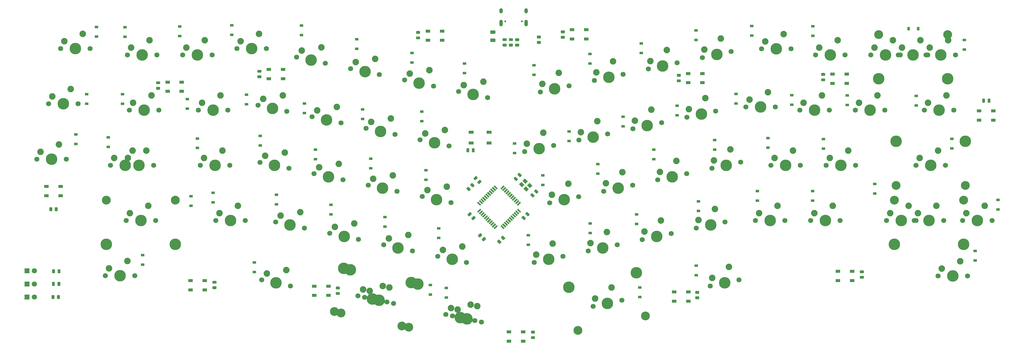
<source format=gbr>
%TF.GenerationSoftware,KiCad,Pcbnew,(5.1.6)-1*%
%TF.CreationDate,2020-07-07T18:39:20+02:00*%
%TF.ProjectId,Proyecto A,50726f79-6563-4746-9f20-412e6b696361,rev?*%
%TF.SameCoordinates,Original*%
%TF.FileFunction,Soldermask,Bot*%
%TF.FilePolarity,Negative*%
%FSLAX46Y46*%
G04 Gerber Fmt 4.6, Leading zero omitted, Abs format (unit mm)*
G04 Created by KiCad (PCBNEW (5.1.6)-1) date 2020-07-07 18:39:20*
%MOMM*%
%LPD*%
G01*
G04 APERTURE LIST*
%ADD10C,2.250000*%
%ADD11C,3.987800*%
%ADD12C,1.750000*%
%ADD13O,1.200000X1.800000*%
%ADD14O,1.200000X2.300000*%
%ADD15C,0.650000*%
%ADD16R,1.200000X0.900000*%
%ADD17C,1.800000*%
%ADD18R,1.800000X1.800000*%
%ADD19C,0.100000*%
%ADD20R,1.800000X1.100000*%
%ADD21C,3.048000*%
%ADD22R,0.900000X1.200000*%
%ADD23R,1.500000X1.000000*%
G04 APERTURE END LIST*
D10*
%TO.C,K4*%
X183500686Y-6499106D03*
D11*
X179960000Y-10940000D03*
D10*
X176761353Y-7663362D03*
D12*
X174991010Y-9883809D03*
X184928990Y-11996191D03*
%TD*%
%TO.C,C21*%
G36*
G01*
X171042650Y-86115499D02*
X170130150Y-86115499D01*
G75*
G02*
X169886400Y-85871749I0J243750D01*
G01*
X169886400Y-85384249D01*
G75*
G02*
X170130150Y-85140499I243750J0D01*
G01*
X171042650Y-85140499D01*
G75*
G02*
X171286400Y-85384249I0J-243750D01*
G01*
X171286400Y-85871749D01*
G75*
G02*
X171042650Y-86115499I-243750J0D01*
G01*
G37*
G36*
G01*
X171042650Y-87990499D02*
X170130150Y-87990499D01*
G75*
G02*
X169886400Y-87746749I0J243750D01*
G01*
X169886400Y-87259249D01*
G75*
G02*
X170130150Y-87015499I243750J0D01*
G01*
X171042650Y-87015499D01*
G75*
G02*
X171286400Y-87259249I0J-243750D01*
G01*
X171286400Y-87746749D01*
G75*
G02*
X171042650Y-87990499I-243750J0D01*
G01*
G37*
%TD*%
%TO.C,C20*%
G36*
G01*
X128497650Y-84132000D02*
X127585150Y-84132000D01*
G75*
G02*
X127341400Y-83888250I0J243750D01*
G01*
X127341400Y-83400750D01*
G75*
G02*
X127585150Y-83157000I243750J0D01*
G01*
X128497650Y-83157000D01*
G75*
G02*
X128741400Y-83400750I0J-243750D01*
G01*
X128741400Y-83888250D01*
G75*
G02*
X128497650Y-84132000I-243750J0D01*
G01*
G37*
G36*
G01*
X128497650Y-86007000D02*
X127585150Y-86007000D01*
G75*
G02*
X127341400Y-85763250I0J243750D01*
G01*
X127341400Y-85275750D01*
G75*
G02*
X127585150Y-85032000I243750J0D01*
G01*
X128497650Y-85032000D01*
G75*
G02*
X128741400Y-85275750I0J-243750D01*
G01*
X128741400Y-85763250D01*
G75*
G02*
X128497650Y-86007000I-243750J0D01*
G01*
G37*
%TD*%
%TO.C,C19*%
G36*
G01*
X72092400Y-57963750D02*
X72092400Y-58876250D01*
G75*
G02*
X71848650Y-59120000I-243750J0D01*
G01*
X71361150Y-59120000D01*
G75*
G02*
X71117400Y-58876250I0J243750D01*
G01*
X71117400Y-57963750D01*
G75*
G02*
X71361150Y-57720000I243750J0D01*
G01*
X71848650Y-57720000D01*
G75*
G02*
X72092400Y-57963750I0J-243750D01*
G01*
G37*
G36*
G01*
X73967400Y-57963750D02*
X73967400Y-58876250D01*
G75*
G02*
X73723650Y-59120000I-243750J0D01*
G01*
X73236150Y-59120000D01*
G75*
G02*
X72992400Y-58876250I0J243750D01*
G01*
X72992400Y-57963750D01*
G75*
G02*
X73236150Y-57720000I243750J0D01*
G01*
X73723650Y-57720000D01*
G75*
G02*
X73967400Y-57963750I0J-243750D01*
G01*
G37*
%TD*%
%TO.C,C18*%
G36*
G01*
X109066650Y-15298000D02*
X108154150Y-15298000D01*
G75*
G02*
X107910400Y-15054250I0J243750D01*
G01*
X107910400Y-14566750D01*
G75*
G02*
X108154150Y-14323000I243750J0D01*
G01*
X109066650Y-14323000D01*
G75*
G02*
X109310400Y-14566750I0J-243750D01*
G01*
X109310400Y-15054250D01*
G75*
G02*
X109066650Y-15298000I-243750J0D01*
G01*
G37*
G36*
G01*
X109066650Y-17173000D02*
X108154150Y-17173000D01*
G75*
G02*
X107910400Y-16929250I0J243750D01*
G01*
X107910400Y-16441750D01*
G75*
G02*
X108154150Y-16198000I243750J0D01*
G01*
X109066650Y-16198000D01*
G75*
G02*
X109310400Y-16441750I0J-243750D01*
G01*
X109310400Y-16929250D01*
G75*
G02*
X109066650Y-17173000I-243750J0D01*
G01*
G37*
%TD*%
%TO.C,C17*%
G36*
G01*
X143991650Y-11312499D02*
X143079150Y-11312499D01*
G75*
G02*
X142835400Y-11068749I0J243750D01*
G01*
X142835400Y-10581249D01*
G75*
G02*
X143079150Y-10337499I243750J0D01*
G01*
X143991650Y-10337499D01*
G75*
G02*
X144235400Y-10581249I0J-243750D01*
G01*
X144235400Y-11068749D01*
G75*
G02*
X143991650Y-11312499I-243750J0D01*
G01*
G37*
G36*
G01*
X143991650Y-13187499D02*
X143079150Y-13187499D01*
G75*
G02*
X142835400Y-12943749I0J243750D01*
G01*
X142835400Y-12456249D01*
G75*
G02*
X143079150Y-12212499I243750J0D01*
G01*
X143991650Y-12212499D01*
G75*
G02*
X144235400Y-12456249I0J-243750D01*
G01*
X144235400Y-12943749D01*
G75*
G02*
X143991650Y-13187499I-243750J0D01*
G01*
G37*
%TD*%
%TO.C,C16*%
G36*
G01*
X198728650Y2101000D02*
X197816150Y2101000D01*
G75*
G02*
X197572400Y2344750I0J243750D01*
G01*
X197572400Y2832250D01*
G75*
G02*
X197816150Y3076000I243750J0D01*
G01*
X198728650Y3076000D01*
G75*
G02*
X198972400Y2832250I0J-243750D01*
G01*
X198972400Y2344750D01*
G75*
G02*
X198728650Y2101000I-243750J0D01*
G01*
G37*
G36*
G01*
X198728650Y226000D02*
X197816150Y226000D01*
G75*
G02*
X197572400Y469750I0J243750D01*
G01*
X197572400Y957250D01*
G75*
G02*
X197816150Y1201000I243750J0D01*
G01*
X198728650Y1201000D01*
G75*
G02*
X198972400Y957250I0J-243750D01*
G01*
X198972400Y469750D01*
G75*
G02*
X198728650Y226000I-243750J0D01*
G01*
G37*
%TD*%
%TO.C,C15*%
G36*
G01*
X248639650Y2306499D02*
X247727150Y2306499D01*
G75*
G02*
X247483400Y2550249I0J243750D01*
G01*
X247483400Y3037749D01*
G75*
G02*
X247727150Y3281499I243750J0D01*
G01*
X248639650Y3281499D01*
G75*
G02*
X248883400Y3037749I0J-243750D01*
G01*
X248883400Y2550249D01*
G75*
G02*
X248639650Y2306499I-243750J0D01*
G01*
G37*
G36*
G01*
X248639650Y431499D02*
X247727150Y431499D01*
G75*
G02*
X247483400Y675249I0J243750D01*
G01*
X247483400Y1162749D01*
G75*
G02*
X247727150Y1406499I243750J0D01*
G01*
X248639650Y1406499D01*
G75*
G02*
X248883400Y1162749I0J-243750D01*
G01*
X248883400Y675249D01*
G75*
G02*
X248639650Y431499I-243750J0D01*
G01*
G37*
%TD*%
%TO.C,C14*%
G36*
G01*
X288644650Y-12709499D02*
X287732150Y-12709499D01*
G75*
G02*
X287488400Y-12465749I0J243750D01*
G01*
X287488400Y-11978249D01*
G75*
G02*
X287732150Y-11734499I243750J0D01*
G01*
X288644650Y-11734499D01*
G75*
G02*
X288888400Y-11978249I0J-243750D01*
G01*
X288888400Y-12465749D01*
G75*
G02*
X288644650Y-12709499I-243750J0D01*
G01*
G37*
G36*
G01*
X288644650Y-14584499D02*
X287732150Y-14584499D01*
G75*
G02*
X287488400Y-14340749I0J243750D01*
G01*
X287488400Y-13853249D01*
G75*
G02*
X287732150Y-13609499I243750J0D01*
G01*
X288644650Y-13609499D01*
G75*
G02*
X288888400Y-13853249I0J-243750D01*
G01*
X288888400Y-14340749D01*
G75*
G02*
X288644650Y-14584499I-243750J0D01*
G01*
G37*
%TD*%
%TO.C,C13*%
G36*
G01*
X338428650Y-12377000D02*
X337516150Y-12377000D01*
G75*
G02*
X337272400Y-12133250I0J243750D01*
G01*
X337272400Y-11645750D01*
G75*
G02*
X337516150Y-11402000I243750J0D01*
G01*
X338428650Y-11402000D01*
G75*
G02*
X338672400Y-11645750I0J-243750D01*
G01*
X338672400Y-12133250D01*
G75*
G02*
X338428650Y-12377000I-243750J0D01*
G01*
G37*
G36*
G01*
X338428650Y-14252000D02*
X337516150Y-14252000D01*
G75*
G02*
X337272400Y-14008250I0J243750D01*
G01*
X337272400Y-13520750D01*
G75*
G02*
X337516150Y-13277000I243750J0D01*
G01*
X338428650Y-13277000D01*
G75*
G02*
X338672400Y-13520750I0J-243750D01*
G01*
X338672400Y-14008250D01*
G75*
G02*
X338428650Y-14252000I-243750J0D01*
G01*
G37*
%TD*%
%TO.C,C12*%
G36*
G01*
X394683400Y-21411250D02*
X394683400Y-20498750D01*
G75*
G02*
X394927150Y-20255000I243750J0D01*
G01*
X395414650Y-20255000D01*
G75*
G02*
X395658400Y-20498750I0J-243750D01*
G01*
X395658400Y-21411250D01*
G75*
G02*
X395414650Y-21655000I-243750J0D01*
G01*
X394927150Y-21655000D01*
G75*
G02*
X394683400Y-21411250I0J243750D01*
G01*
G37*
G36*
G01*
X392808400Y-21411250D02*
X392808400Y-20498750D01*
G75*
G02*
X393052150Y-20255000I243750J0D01*
G01*
X393539650Y-20255000D01*
G75*
G02*
X393783400Y-20498750I0J-243750D01*
G01*
X393783400Y-21411250D01*
G75*
G02*
X393539650Y-21655000I-243750J0D01*
G01*
X393052150Y-21655000D01*
G75*
G02*
X392808400Y-21411250I0J243750D01*
G01*
G37*
%TD*%
%TO.C,C11*%
G36*
G01*
X351763650Y-80527499D02*
X350851150Y-80527499D01*
G75*
G02*
X350607400Y-80283749I0J243750D01*
G01*
X350607400Y-79796249D01*
G75*
G02*
X350851150Y-79552499I243750J0D01*
G01*
X351763650Y-79552499D01*
G75*
G02*
X352007400Y-79796249I0J-243750D01*
G01*
X352007400Y-80283749D01*
G75*
G02*
X351763650Y-80527499I-243750J0D01*
G01*
G37*
G36*
G01*
X351763650Y-82402499D02*
X350851150Y-82402499D01*
G75*
G02*
X350607400Y-82158749I0J243750D01*
G01*
X350607400Y-81671249D01*
G75*
G02*
X350851150Y-81427499I243750J0D01*
G01*
X351763650Y-81427499D01*
G75*
G02*
X352007400Y-81671249I0J-243750D01*
G01*
X352007400Y-82158749D01*
G75*
G02*
X351763650Y-82402499I-243750J0D01*
G01*
G37*
%TD*%
%TO.C,C10*%
G36*
G01*
X294994650Y-87609500D02*
X294082150Y-87609500D01*
G75*
G02*
X293838400Y-87365750I0J243750D01*
G01*
X293838400Y-86878250D01*
G75*
G02*
X294082150Y-86634500I243750J0D01*
G01*
X294994650Y-86634500D01*
G75*
G02*
X295238400Y-86878250I0J-243750D01*
G01*
X295238400Y-87365750D01*
G75*
G02*
X294994650Y-87609500I-243750J0D01*
G01*
G37*
G36*
G01*
X294994650Y-89484500D02*
X294082150Y-89484500D01*
G75*
G02*
X293838400Y-89240750I0J243750D01*
G01*
X293838400Y-88753250D01*
G75*
G02*
X294082150Y-88509500I243750J0D01*
G01*
X294994650Y-88509500D01*
G75*
G02*
X295238400Y-88753250I0J-243750D01*
G01*
X295238400Y-89240750D01*
G75*
G02*
X294994650Y-89484500I-243750J0D01*
G01*
G37*
%TD*%
%TO.C,C9*%
G36*
G01*
X238352650Y-101355499D02*
X237440150Y-101355499D01*
G75*
G02*
X237196400Y-101111749I0J243750D01*
G01*
X237196400Y-100624249D01*
G75*
G02*
X237440150Y-100380499I243750J0D01*
G01*
X238352650Y-100380499D01*
G75*
G02*
X238596400Y-100624249I0J-243750D01*
G01*
X238596400Y-101111749D01*
G75*
G02*
X238352650Y-101355499I-243750J0D01*
G01*
G37*
G36*
G01*
X238352650Y-103230499D02*
X237440150Y-103230499D01*
G75*
G02*
X237196400Y-102986749I0J243750D01*
G01*
X237196400Y-102499249D01*
G75*
G02*
X237440150Y-102255499I243750J0D01*
G01*
X238352650Y-102255499D01*
G75*
G02*
X238596400Y-102499249I0J-243750D01*
G01*
X238596400Y-102986749D01*
G75*
G02*
X238352650Y-103230499I-243750J0D01*
G01*
G37*
%TD*%
D13*
%TO.C,USB1*%
X226882400Y10048000D03*
X235522400Y10048000D03*
D14*
X226882400Y5868000D03*
X235522400Y5868000D03*
D15*
X234092400Y6398000D03*
X228312400Y6398000D03*
%TD*%
D16*
%TO.C,D_63*%
X294177400Y-81217000D03*
X294177400Y-77917000D03*
%TD*%
%TO.C,R6*%
G36*
G01*
X73000000Y-83743750D02*
X73000000Y-84656250D01*
G75*
G02*
X72756250Y-84900000I-243750J0D01*
G01*
X72268750Y-84900000D01*
G75*
G02*
X72025000Y-84656250I0J243750D01*
G01*
X72025000Y-83743750D01*
G75*
G02*
X72268750Y-83500000I243750J0D01*
G01*
X72756250Y-83500000D01*
G75*
G02*
X73000000Y-83743750I0J-243750D01*
G01*
G37*
G36*
G01*
X74875000Y-83743750D02*
X74875000Y-84656250D01*
G75*
G02*
X74631250Y-84900000I-243750J0D01*
G01*
X74143750Y-84900000D01*
G75*
G02*
X73900000Y-84656250I0J243750D01*
G01*
X73900000Y-83743750D01*
G75*
G02*
X74143750Y-83500000I243750J0D01*
G01*
X74631250Y-83500000D01*
G75*
G02*
X74875000Y-83743750I0J-243750D01*
G01*
G37*
%TD*%
D17*
%TO.C,D2*%
X65940000Y-84260000D03*
D18*
X63400000Y-84260000D03*
%TD*%
D17*
%TO.C,D3*%
X65937400Y-79717000D03*
D18*
X63397400Y-79717000D03*
%TD*%
%TO.C,C7*%
G36*
G01*
X216968216Y-50791419D02*
X216322981Y-50146184D01*
G75*
G02*
X216322981Y-49801470I172357J172357D01*
G01*
X216667696Y-49456755D01*
G75*
G02*
X217012410Y-49456755I172357J-172357D01*
G01*
X217657645Y-50101990D01*
G75*
G02*
X217657645Y-50446704I-172357J-172357D01*
G01*
X217312930Y-50791419D01*
G75*
G02*
X216968216Y-50791419I-172357J172357D01*
G01*
G37*
G36*
G01*
X215642390Y-52117245D02*
X214997155Y-51472010D01*
G75*
G02*
X214997155Y-51127296I172357J172357D01*
G01*
X215341870Y-50782581D01*
G75*
G02*
X215686584Y-50782581I172357J-172357D01*
G01*
X216331819Y-51427816D01*
G75*
G02*
X216331819Y-51772530I-172357J-172357D01*
G01*
X215987104Y-52117245D01*
G75*
G02*
X215642390Y-52117245I-172357J172357D01*
G01*
G37*
%TD*%
D16*
%TO.C,D_40*%
X300557528Y-37820961D03*
X300557528Y-34520961D03*
%TD*%
D10*
%TO.C,SPLIT_BKS1*%
X381091880Y-71680D03*
D11*
X378551880Y-5151680D03*
D10*
X374741880Y-2611680D03*
D12*
X373471880Y-5151680D03*
X383631880Y-5151680D03*
%TD*%
D16*
%TO.C,D_44*%
X386670000Y-50000D03*
X386670000Y-3350000D03*
%TD*%
D19*
%TO.C,Y1*%
G36*
X237676639Y-50297711D02*
G01*
X236828111Y-51146239D01*
X235838161Y-50156289D01*
X236686689Y-49307761D01*
X237676639Y-50297711D01*
G37*
G36*
X236121004Y-48742076D02*
G01*
X235272476Y-49590604D01*
X234282526Y-48600654D01*
X235131054Y-47752126D01*
X236121004Y-48742076D01*
G37*
G36*
X234918923Y-49944157D02*
G01*
X234070395Y-50792685D01*
X233080445Y-49802735D01*
X233928973Y-48954207D01*
X234918923Y-49944157D01*
G37*
G36*
X236474558Y-51499792D02*
G01*
X235626030Y-52348320D01*
X234636080Y-51358370D01*
X235484608Y-50509842D01*
X236474558Y-51499792D01*
G37*
%TD*%
%TO.C,U1*%
G36*
X219684700Y-58206978D02*
G01*
X220073608Y-58595886D01*
X219012948Y-59656546D01*
X218624040Y-59267638D01*
X219684700Y-58206978D01*
G37*
G36*
X220250386Y-58772663D02*
G01*
X220639294Y-59161571D01*
X219578634Y-60222231D01*
X219189726Y-59833323D01*
X220250386Y-58772663D01*
G37*
G36*
X220816071Y-59338348D02*
G01*
X221204979Y-59727256D01*
X220144319Y-60787916D01*
X219755411Y-60399008D01*
X220816071Y-59338348D01*
G37*
G36*
X221381756Y-59904034D02*
G01*
X221770664Y-60292942D01*
X220710004Y-61353602D01*
X220321096Y-60964694D01*
X221381756Y-59904034D01*
G37*
G36*
X221947442Y-60469719D02*
G01*
X222336350Y-60858627D01*
X221275690Y-61919287D01*
X220886782Y-61530379D01*
X221947442Y-60469719D01*
G37*
G36*
X222513127Y-61035405D02*
G01*
X222902035Y-61424313D01*
X221841375Y-62484973D01*
X221452467Y-62096065D01*
X222513127Y-61035405D01*
G37*
G36*
X223078813Y-61601090D02*
G01*
X223467721Y-61989998D01*
X222407061Y-63050658D01*
X222018153Y-62661750D01*
X223078813Y-61601090D01*
G37*
G36*
X223644498Y-62166776D02*
G01*
X224033406Y-62555684D01*
X222972746Y-63616344D01*
X222583838Y-63227436D01*
X223644498Y-62166776D01*
G37*
G36*
X224210184Y-62732461D02*
G01*
X224599092Y-63121369D01*
X223538432Y-64182029D01*
X223149524Y-63793121D01*
X224210184Y-62732461D01*
G37*
G36*
X224775869Y-63298146D02*
G01*
X225164777Y-63687054D01*
X224104117Y-64747714D01*
X223715209Y-64358806D01*
X224775869Y-63298146D01*
G37*
G36*
X225341554Y-63863832D02*
G01*
X225730462Y-64252740D01*
X224669802Y-65313400D01*
X224280894Y-64924492D01*
X225341554Y-63863832D01*
G37*
G36*
X226685058Y-64252740D02*
G01*
X227073966Y-63863832D01*
X228134626Y-64924492D01*
X227745718Y-65313400D01*
X226685058Y-64252740D01*
G37*
G36*
X227250743Y-63687054D02*
G01*
X227639651Y-63298146D01*
X228700311Y-64358806D01*
X228311403Y-64747714D01*
X227250743Y-63687054D01*
G37*
G36*
X227816428Y-63121369D02*
G01*
X228205336Y-62732461D01*
X229265996Y-63793121D01*
X228877088Y-64182029D01*
X227816428Y-63121369D01*
G37*
G36*
X228382114Y-62555684D02*
G01*
X228771022Y-62166776D01*
X229831682Y-63227436D01*
X229442774Y-63616344D01*
X228382114Y-62555684D01*
G37*
G36*
X228947799Y-61989998D02*
G01*
X229336707Y-61601090D01*
X230397367Y-62661750D01*
X230008459Y-63050658D01*
X228947799Y-61989998D01*
G37*
G36*
X229513485Y-61424313D02*
G01*
X229902393Y-61035405D01*
X230963053Y-62096065D01*
X230574145Y-62484973D01*
X229513485Y-61424313D01*
G37*
G36*
X230079170Y-60858627D02*
G01*
X230468078Y-60469719D01*
X231528738Y-61530379D01*
X231139830Y-61919287D01*
X230079170Y-60858627D01*
G37*
G36*
X230644856Y-60292942D02*
G01*
X231033764Y-59904034D01*
X232094424Y-60964694D01*
X231705516Y-61353602D01*
X230644856Y-60292942D01*
G37*
G36*
X231210541Y-59727256D02*
G01*
X231599449Y-59338348D01*
X232660109Y-60399008D01*
X232271201Y-60787916D01*
X231210541Y-59727256D01*
G37*
G36*
X231776226Y-59161571D02*
G01*
X232165134Y-58772663D01*
X233225794Y-59833323D01*
X232836886Y-60222231D01*
X231776226Y-59161571D01*
G37*
G36*
X232341912Y-58595886D02*
G01*
X232730820Y-58206978D01*
X233791480Y-59267638D01*
X233402572Y-59656546D01*
X232341912Y-58595886D01*
G37*
G36*
X233402572Y-55802814D02*
G01*
X233791480Y-56191722D01*
X232730820Y-57252382D01*
X232341912Y-56863474D01*
X233402572Y-55802814D01*
G37*
G36*
X232836886Y-55237129D02*
G01*
X233225794Y-55626037D01*
X232165134Y-56686697D01*
X231776226Y-56297789D01*
X232836886Y-55237129D01*
G37*
G36*
X232271201Y-54671444D02*
G01*
X232660109Y-55060352D01*
X231599449Y-56121012D01*
X231210541Y-55732104D01*
X232271201Y-54671444D01*
G37*
G36*
X231705516Y-54105758D02*
G01*
X232094424Y-54494666D01*
X231033764Y-55555326D01*
X230644856Y-55166418D01*
X231705516Y-54105758D01*
G37*
G36*
X231139830Y-53540073D02*
G01*
X231528738Y-53928981D01*
X230468078Y-54989641D01*
X230079170Y-54600733D01*
X231139830Y-53540073D01*
G37*
G36*
X230574145Y-52974387D02*
G01*
X230963053Y-53363295D01*
X229902393Y-54423955D01*
X229513485Y-54035047D01*
X230574145Y-52974387D01*
G37*
G36*
X230008459Y-52408702D02*
G01*
X230397367Y-52797610D01*
X229336707Y-53858270D01*
X228947799Y-53469362D01*
X230008459Y-52408702D01*
G37*
G36*
X229442774Y-51843016D02*
G01*
X229831682Y-52231924D01*
X228771022Y-53292584D01*
X228382114Y-52903676D01*
X229442774Y-51843016D01*
G37*
G36*
X228877088Y-51277331D02*
G01*
X229265996Y-51666239D01*
X228205336Y-52726899D01*
X227816428Y-52337991D01*
X228877088Y-51277331D01*
G37*
G36*
X228311403Y-50711646D02*
G01*
X228700311Y-51100554D01*
X227639651Y-52161214D01*
X227250743Y-51772306D01*
X228311403Y-50711646D01*
G37*
G36*
X227745718Y-50145960D02*
G01*
X228134626Y-50534868D01*
X227073966Y-51595528D01*
X226685058Y-51206620D01*
X227745718Y-50145960D01*
G37*
G36*
X224280894Y-50534868D02*
G01*
X224669802Y-50145960D01*
X225730462Y-51206620D01*
X225341554Y-51595528D01*
X224280894Y-50534868D01*
G37*
G36*
X223715209Y-51100554D02*
G01*
X224104117Y-50711646D01*
X225164777Y-51772306D01*
X224775869Y-52161214D01*
X223715209Y-51100554D01*
G37*
G36*
X223149524Y-51666239D02*
G01*
X223538432Y-51277331D01*
X224599092Y-52337991D01*
X224210184Y-52726899D01*
X223149524Y-51666239D01*
G37*
G36*
X222583838Y-52231924D02*
G01*
X222972746Y-51843016D01*
X224033406Y-52903676D01*
X223644498Y-53292584D01*
X222583838Y-52231924D01*
G37*
G36*
X222018153Y-52797610D02*
G01*
X222407061Y-52408702D01*
X223467721Y-53469362D01*
X223078813Y-53858270D01*
X222018153Y-52797610D01*
G37*
G36*
X221452467Y-53363295D02*
G01*
X221841375Y-52974387D01*
X222902035Y-54035047D01*
X222513127Y-54423955D01*
X221452467Y-53363295D01*
G37*
G36*
X220886782Y-53928981D02*
G01*
X221275690Y-53540073D01*
X222336350Y-54600733D01*
X221947442Y-54989641D01*
X220886782Y-53928981D01*
G37*
G36*
X220321096Y-54494666D02*
G01*
X220710004Y-54105758D01*
X221770664Y-55166418D01*
X221381756Y-55555326D01*
X220321096Y-54494666D01*
G37*
G36*
X219755411Y-55060352D02*
G01*
X220144319Y-54671444D01*
X221204979Y-55732104D01*
X220816071Y-56121012D01*
X219755411Y-55060352D01*
G37*
G36*
X219189726Y-55626037D02*
G01*
X219578634Y-55237129D01*
X220639294Y-56297789D01*
X220250386Y-56686697D01*
X219189726Y-55626037D01*
G37*
G36*
X218624040Y-56191722D02*
G01*
X219012948Y-55802814D01*
X220073608Y-56863474D01*
X219684700Y-57252382D01*
X218624040Y-56191722D01*
G37*
%TD*%
D20*
%TO.C,SW1*%
X216550000Y-35550000D03*
X222750000Y-35550000D03*
X216550000Y-31850000D03*
X222750000Y-31850000D03*
%TD*%
%TO.C,R9*%
G36*
G01*
X228573650Y-2262500D02*
X227661150Y-2262500D01*
G75*
G02*
X227417400Y-2018750I0J243750D01*
G01*
X227417400Y-1531250D01*
G75*
G02*
X227661150Y-1287500I243750J0D01*
G01*
X228573650Y-1287500D01*
G75*
G02*
X228817400Y-1531250I0J-243750D01*
G01*
X228817400Y-2018750D01*
G75*
G02*
X228573650Y-2262500I-243750J0D01*
G01*
G37*
G36*
G01*
X228573650Y-387500D02*
X227661150Y-387500D01*
G75*
G02*
X227417400Y-143750I0J243750D01*
G01*
X227417400Y343750D01*
G75*
G02*
X227661150Y587500I243750J0D01*
G01*
X228573650Y587500D01*
G75*
G02*
X228817400Y343750I0J-243750D01*
G01*
X228817400Y-143750D01*
G75*
G02*
X228573650Y-387500I-243750J0D01*
G01*
G37*
%TD*%
%TO.C,R8*%
G36*
G01*
X240384650Y-1346500D02*
X239472150Y-1346500D01*
G75*
G02*
X239228400Y-1102750I0J243750D01*
G01*
X239228400Y-615250D01*
G75*
G02*
X239472150Y-371500I243750J0D01*
G01*
X240384650Y-371500D01*
G75*
G02*
X240628400Y-615250I0J-243750D01*
G01*
X240628400Y-1102750D01*
G75*
G02*
X240384650Y-1346500I-243750J0D01*
G01*
G37*
G36*
G01*
X240384650Y528500D02*
X239472150Y528500D01*
G75*
G02*
X239228400Y772250I0J243750D01*
G01*
X239228400Y1259750D01*
G75*
G02*
X239472150Y1503500I243750J0D01*
G01*
X240384650Y1503500D01*
G75*
G02*
X240628400Y1259750I0J-243750D01*
G01*
X240628400Y772250D01*
G75*
G02*
X240384650Y528500I-243750J0D01*
G01*
G37*
%TD*%
%TO.C,R7*%
G36*
G01*
X73050000Y-79393750D02*
X73050000Y-80306250D01*
G75*
G02*
X72806250Y-80550000I-243750J0D01*
G01*
X72318750Y-80550000D01*
G75*
G02*
X72075000Y-80306250I0J243750D01*
G01*
X72075000Y-79393750D01*
G75*
G02*
X72318750Y-79150000I243750J0D01*
G01*
X72806250Y-79150000D01*
G75*
G02*
X73050000Y-79393750I0J-243750D01*
G01*
G37*
G36*
G01*
X74925000Y-79393750D02*
X74925000Y-80306250D01*
G75*
G02*
X74681250Y-80550000I-243750J0D01*
G01*
X74193750Y-80550000D01*
G75*
G02*
X73950000Y-80306250I0J243750D01*
G01*
X73950000Y-79393750D01*
G75*
G02*
X74193750Y-79150000I243750J0D01*
G01*
X74681250Y-79150000D01*
G75*
G02*
X74925000Y-79393750I0J-243750D01*
G01*
G37*
%TD*%
%TO.C,R5*%
G36*
G01*
X72842499Y-88293750D02*
X72842499Y-89206250D01*
G75*
G02*
X72598749Y-89450000I-243750J0D01*
G01*
X72111249Y-89450000D01*
G75*
G02*
X71867499Y-89206250I0J243750D01*
G01*
X71867499Y-88293750D01*
G75*
G02*
X72111249Y-88050000I243750J0D01*
G01*
X72598749Y-88050000D01*
G75*
G02*
X72842499Y-88293750I0J-243750D01*
G01*
G37*
G36*
G01*
X74717499Y-88293750D02*
X74717499Y-89206250D01*
G75*
G02*
X74473749Y-89450000I-243750J0D01*
G01*
X73986249Y-89450000D01*
G75*
G02*
X73742499Y-89206250I0J243750D01*
G01*
X73742499Y-88293750D01*
G75*
G02*
X73986249Y-88050000I243750J0D01*
G01*
X74473749Y-88050000D01*
G75*
G02*
X74717499Y-88293750I0J-243750D01*
G01*
G37*
%TD*%
%TO.C,R4*%
G36*
G01*
X227568216Y-68991419D02*
X226922981Y-68346184D01*
G75*
G02*
X226922981Y-68001470I172357J172357D01*
G01*
X227267696Y-67656755D01*
G75*
G02*
X227612410Y-67656755I172357J-172357D01*
G01*
X228257645Y-68301990D01*
G75*
G02*
X228257645Y-68646704I-172357J-172357D01*
G01*
X227912930Y-68991419D01*
G75*
G02*
X227568216Y-68991419I-172357J172357D01*
G01*
G37*
G36*
G01*
X226242390Y-70317245D02*
X225597155Y-69672010D01*
G75*
G02*
X225597155Y-69327296I172357J172357D01*
G01*
X225941870Y-68982581D01*
G75*
G02*
X226286584Y-68982581I172357J-172357D01*
G01*
X226931819Y-69627816D01*
G75*
G02*
X226931819Y-69972530I-172357J-172357D01*
G01*
X226587104Y-70317245D01*
G75*
G02*
X226242390Y-70317245I-172357J172357D01*
G01*
G37*
%TD*%
%TO.C,R3*%
G36*
G01*
X215914901Y-37630750D02*
X215914901Y-38543250D01*
G75*
G02*
X215671151Y-38787000I-243750J0D01*
G01*
X215183651Y-38787000D01*
G75*
G02*
X214939901Y-38543250I0J243750D01*
G01*
X214939901Y-37630750D01*
G75*
G02*
X215183651Y-37387000I243750J0D01*
G01*
X215671151Y-37387000D01*
G75*
G02*
X215914901Y-37630750I0J-243750D01*
G01*
G37*
G36*
G01*
X217789901Y-37630750D02*
X217789901Y-38543250D01*
G75*
G02*
X217546151Y-38787000I-243750J0D01*
G01*
X217058651Y-38787000D01*
G75*
G02*
X216814901Y-38543250I0J243750D01*
G01*
X216814901Y-37630750D01*
G75*
G02*
X217058651Y-37387000I243750J0D01*
G01*
X217546151Y-37387000D01*
G75*
G02*
X217789901Y-37630750I0J-243750D01*
G01*
G37*
%TD*%
%TO.C,R2*%
G36*
G01*
X230732650Y-2262500D02*
X229820150Y-2262500D01*
G75*
G02*
X229576400Y-2018750I0J243750D01*
G01*
X229576400Y-1531250D01*
G75*
G02*
X229820150Y-1287500I243750J0D01*
G01*
X230732650Y-1287500D01*
G75*
G02*
X230976400Y-1531250I0J-243750D01*
G01*
X230976400Y-2018750D01*
G75*
G02*
X230732650Y-2262500I-243750J0D01*
G01*
G37*
G36*
G01*
X230732650Y-387500D02*
X229820150Y-387500D01*
G75*
G02*
X229576400Y-143750I0J243750D01*
G01*
X229576400Y343750D01*
G75*
G02*
X229820150Y587500I243750J0D01*
G01*
X230732650Y587500D01*
G75*
G02*
X230976400Y343750I0J-243750D01*
G01*
X230976400Y-143750D01*
G75*
G02*
X230732650Y-387500I-243750J0D01*
G01*
G37*
%TD*%
%TO.C,R1*%
G36*
G01*
X232891650Y-2272500D02*
X231979150Y-2272500D01*
G75*
G02*
X231735400Y-2028750I0J243750D01*
G01*
X231735400Y-1541250D01*
G75*
G02*
X231979150Y-1297500I243750J0D01*
G01*
X232891650Y-1297500D01*
G75*
G02*
X233135400Y-1541250I0J-243750D01*
G01*
X233135400Y-2028750D01*
G75*
G02*
X232891650Y-2272500I-243750J0D01*
G01*
G37*
G36*
G01*
X232891650Y-397500D02*
X231979150Y-397500D01*
G75*
G02*
X231735400Y-153750I0J243750D01*
G01*
X231735400Y333750D01*
G75*
G02*
X231979150Y577500I243750J0D01*
G01*
X232891650Y577500D01*
G75*
G02*
X233135400Y333750I0J-243750D01*
G01*
X233135400Y-153750D01*
G75*
G02*
X232891650Y-397500I-243750J0D01*
G01*
G37*
%TD*%
D10*
%TO.C,FUNC1*%
X218660686Y-91879106D03*
D11*
X215120000Y-96320000D03*
D10*
X211921353Y-93043362D03*
D12*
X210151010Y-95263809D03*
X220088990Y-97376191D03*
%TD*%
D10*
%TO.C,lgui1*%
X188364226Y-85429946D03*
D11*
X184823540Y-89870840D03*
D10*
X181624893Y-86594202D03*
D12*
X179854550Y-88814649D03*
X189792530Y-90927031D03*
D21*
X171725207Y-94227752D03*
X195017347Y-99178650D03*
D11*
X174893781Y-79320783D03*
X198185921Y-84271680D03*
%TD*%
D10*
%TO.C,RSHIFT2*%
X377010100Y-57244540D03*
D11*
X374470100Y-62324540D03*
D10*
X370660100Y-59784540D03*
D12*
X369390100Y-62324540D03*
X379550100Y-62324540D03*
D21*
X362563850Y-55339540D03*
X386376350Y-55339540D03*
D11*
X362563850Y-70579540D03*
X386376350Y-70579540D03*
%TD*%
D10*
%TO.C,CAPS2*%
X99840000Y-38190000D03*
D11*
X97300000Y-43270000D03*
D10*
X93490000Y-40730000D03*
D12*
X92220000Y-43270000D03*
X102380000Y-43270000D03*
%TD*%
D10*
%TO.C,BACKSPACE1*%
X371530000Y-90000D03*
D11*
X368990000Y-5170000D03*
D10*
X365180000Y-2630000D03*
D12*
X363910000Y-5170000D03*
X374070000Y-5170000D03*
D21*
X357083750Y1815000D03*
X380896250Y1815000D03*
D11*
X357083750Y-13425000D03*
X380896250Y-13425000D03*
%TD*%
D10*
%TO.C,FUNCT1*%
X393670000Y-57220000D03*
D11*
X391130000Y-62300000D03*
D10*
X387320000Y-59760000D03*
D12*
X386050000Y-62300000D03*
X396210000Y-62300000D03*
%TD*%
D10*
%TO.C,RCTL1*%
X385250000Y-76350000D03*
D11*
X382710000Y-81430000D03*
D10*
X378900000Y-78890000D03*
D12*
X377630000Y-81430000D03*
X387790000Y-81430000D03*
%TD*%
D10*
%TO.C,RALT1*%
X305425704Y-78349914D03*
D11*
X303997400Y-83847000D03*
D10*
X299742562Y-82154649D03*
D12*
X299028410Y-84903191D03*
X308966390Y-82790809D03*
%TD*%
D10*
%TO.C,space2*%
X265019784Y-85425314D03*
D11*
X263591480Y-90922400D03*
D10*
X259336642Y-89230049D03*
D12*
X258622490Y-91978591D03*
X268560470Y-89866209D03*
D21*
X253397673Y-100230210D03*
X276689813Y-95279312D03*
D11*
X250229099Y-85323240D03*
X273521239Y-80372343D03*
%TD*%
D10*
%TO.C,FUNC2*%
X216370686Y-91389106D03*
D11*
X212830000Y-95830000D03*
D10*
X209631353Y-92553362D03*
D12*
X207861010Y-94773809D03*
X217798990Y-96886191D03*
%TD*%
D10*
%TO.C,SPCE2*%
X186070686Y-84949106D03*
D11*
X182530000Y-89390000D03*
D10*
X179331353Y-86113362D03*
D12*
X177561010Y-88333809D03*
X187498990Y-90446191D03*
D21*
X169431667Y-93746912D03*
X192723807Y-98697810D03*
D11*
X172600241Y-78839943D03*
X195892381Y-83790840D03*
%TD*%
D10*
%TO.C,ALT1*%
X152828086Y-79416106D03*
D11*
X149287400Y-83857000D03*
D10*
X146088753Y-80580362D03*
D12*
X144318410Y-82800809D03*
X154256390Y-84913191D03*
%TD*%
D10*
%TO.C,CTRL1*%
X98060000Y-76280000D03*
D11*
X95520000Y-81360000D03*
D10*
X91710000Y-78820000D03*
D12*
X90440000Y-81360000D03*
X100600000Y-81360000D03*
%TD*%
D10*
%TO.C,RSHIFT1*%
X367480000Y-57270000D03*
D11*
X364940000Y-62350000D03*
D10*
X361130000Y-59810000D03*
D12*
X359860000Y-62350000D03*
X370020000Y-62350000D03*
%TD*%
D10*
%TO.C,/1*%
X341270000Y-57230000D03*
D11*
X338730000Y-62310000D03*
D10*
X334920000Y-59770000D03*
D12*
X333650000Y-62310000D03*
X343810000Y-62310000D03*
%TD*%
D10*
%TO.C,.>1*%
X322240000Y-57220000D03*
D11*
X319700000Y-62300000D03*
D10*
X315890000Y-59760000D03*
D12*
X314620000Y-62300000D03*
X324780000Y-62300000D03*
%TD*%
D10*
%TO.C,\u002C<1*%
X300608304Y-58362914D03*
D11*
X299180000Y-63860000D03*
D10*
X294925162Y-62167649D03*
D12*
X294211010Y-64916191D03*
X304148990Y-62803809D03*
%TD*%
D10*
%TO.C,M1*%
X281988304Y-62352914D03*
D11*
X280560000Y-67850000D03*
D10*
X276305162Y-66157649D03*
D12*
X275591010Y-68906191D03*
X285528990Y-66793809D03*
%TD*%
D10*
%TO.C,N1*%
X263368304Y-66302914D03*
D11*
X261940000Y-71800000D03*
D10*
X257685162Y-70107649D03*
D12*
X256971010Y-72856191D03*
X266908990Y-70743809D03*
%TD*%
D10*
%TO.C,B2*%
X244708304Y-70252914D03*
D11*
X243280000Y-75750000D03*
D10*
X239025162Y-74057649D03*
D12*
X238311010Y-76806191D03*
X248248990Y-74693809D03*
%TD*%
D10*
%TO.C,B1*%
X213550686Y-71309106D03*
D11*
X210010000Y-75750000D03*
D10*
X206811353Y-72473362D03*
D12*
X205041010Y-74693809D03*
X214978990Y-76806191D03*
%TD*%
D10*
%TO.C,V1*%
X194910686Y-67359106D03*
D11*
X191370000Y-71800000D03*
D10*
X188171353Y-68523362D03*
D12*
X186401010Y-70743809D03*
X196338990Y-72856191D03*
%TD*%
D10*
%TO.C,C8*%
X176290686Y-63389106D03*
D11*
X172750000Y-67830000D03*
D10*
X169551353Y-64553362D03*
D12*
X167781010Y-66773809D03*
X177718990Y-68886191D03*
%TD*%
D10*
%TO.C,X1*%
X157640686Y-59439106D03*
D11*
X154100000Y-63880000D03*
D10*
X150901353Y-60603362D03*
D12*
X149131010Y-62823809D03*
X159068990Y-64936191D03*
%TD*%
D10*
%TO.C,Z1*%
X136140000Y-57220000D03*
D11*
X133600000Y-62300000D03*
D10*
X129790000Y-59760000D03*
D12*
X128520000Y-62300000D03*
X138680000Y-62300000D03*
%TD*%
D10*
%TO.C,SHIFT1*%
X105190000Y-57230000D03*
D11*
X102650000Y-62310000D03*
D10*
X98840000Y-59770000D03*
D12*
X97570000Y-62310000D03*
X107730000Y-62310000D03*
D21*
X90743750Y-55325000D03*
X114556250Y-55325000D03*
D11*
X90743750Y-70565000D03*
X114556250Y-70565000D03*
%TD*%
D10*
%TO.C,RETURN1*%
X377590000Y-38200000D03*
D11*
X375050000Y-43280000D03*
D10*
X371240000Y-40740000D03*
D12*
X369970000Y-43280000D03*
X380130000Y-43280000D03*
D21*
X363143750Y-50265000D03*
X386956250Y-50265000D03*
D11*
X363143750Y-35025000D03*
X386956250Y-35025000D03*
%TD*%
D10*
%TO.C,'1*%
X346640000Y-38200000D03*
D11*
X344100000Y-43280000D03*
D10*
X340290000Y-40740000D03*
D12*
X339020000Y-43280000D03*
X349180000Y-43280000D03*
%TD*%
D10*
%TO.C,;1*%
X327600000Y-38200000D03*
D11*
X325060000Y-43280000D03*
D10*
X321250000Y-40740000D03*
D12*
X319980000Y-43280000D03*
X330140000Y-43280000D03*
%TD*%
D10*
%TO.C,L1*%
X305998304Y-37752914D03*
D11*
X304570000Y-43250000D03*
D10*
X300315162Y-41557649D03*
D12*
X299601010Y-44306191D03*
X309538990Y-42193809D03*
%TD*%
D10*
%TO.C,K11*%
X287338304Y-41742914D03*
D11*
X285910000Y-47240000D03*
D10*
X281655162Y-45547649D03*
D12*
X280941010Y-48296191D03*
X290878990Y-46183809D03*
%TD*%
D10*
%TO.C,J1*%
X268718304Y-45682914D03*
D11*
X267290000Y-51180000D03*
D10*
X263035162Y-49487649D03*
D12*
X262321010Y-52236191D03*
X272258990Y-50123809D03*
%TD*%
D10*
%TO.C,H1*%
X250068304Y-49652914D03*
D11*
X248640000Y-55150000D03*
D10*
X244385162Y-53457649D03*
D12*
X243671010Y-56206191D03*
X253608990Y-54093809D03*
%TD*%
D10*
%TO.C,G1*%
X208190686Y-50689106D03*
D11*
X204650000Y-55130000D03*
D10*
X201451353Y-51853362D03*
D12*
X199681010Y-54073809D03*
X209618990Y-56186191D03*
%TD*%
D10*
%TO.C,F2*%
X189560686Y-46749106D03*
D11*
X186020000Y-51190000D03*
D10*
X182821353Y-47913362D03*
D12*
X181051010Y-50133809D03*
X190988990Y-52246191D03*
%TD*%
D10*
%TO.C,D18*%
X170920686Y-42799106D03*
D11*
X167380000Y-47240000D03*
D10*
X164181353Y-43963362D03*
D12*
X162411010Y-46183809D03*
X172348990Y-48296191D03*
%TD*%
D10*
%TO.C,S1*%
X152300686Y-38839106D03*
D11*
X148760000Y-43280000D03*
D10*
X145561353Y-40003362D03*
D12*
X143791010Y-42223809D03*
X153728990Y-44336191D03*
%TD*%
D10*
%TO.C,A1*%
X130800000Y-38170000D03*
D11*
X128260000Y-43250000D03*
D10*
X124450000Y-40710000D03*
D12*
X123180000Y-43250000D03*
X133340000Y-43250000D03*
%TD*%
D10*
%TO.C,CAPS1*%
X104580000Y-38210000D03*
D11*
X102040000Y-43290000D03*
D10*
X98230000Y-40750000D03*
D12*
X96960000Y-43290000D03*
X107120000Y-43290000D03*
%TD*%
D10*
%TO.C,PGDN1*%
X74430000Y-36050000D03*
D11*
X71890000Y-41130000D03*
D10*
X68080000Y-38590000D03*
D12*
X66810000Y-41130000D03*
X76970000Y-41130000D03*
%TD*%
D10*
%TO.C,K\u005C1*%
X380490000Y-19150000D03*
D11*
X377950000Y-24230000D03*
D10*
X374140000Y-21690000D03*
D12*
X372870000Y-24230000D03*
X383030000Y-24230000D03*
%TD*%
D10*
%TO.C,]1*%
X356660000Y-19120000D03*
D11*
X354120000Y-24200000D03*
D10*
X350310000Y-21660000D03*
D12*
X349040000Y-24200000D03*
X359200000Y-24200000D03*
%TD*%
D10*
%TO.C,[1*%
X337590000Y-19150000D03*
D11*
X335050000Y-24230000D03*
D10*
X331240000Y-21690000D03*
D12*
X329970000Y-24230000D03*
X340130000Y-24230000D03*
%TD*%
D10*
%TO.C,P1*%
X318960000Y-18090000D03*
D11*
X316420000Y-23170000D03*
D10*
X312610000Y-20630000D03*
D12*
X311340000Y-23170000D03*
X321500000Y-23170000D03*
%TD*%
D10*
%TO.C,O1*%
X297368304Y-20092914D03*
D11*
X295940000Y-25590000D03*
D10*
X291685162Y-23897649D03*
D12*
X290971010Y-26646191D03*
X300908990Y-24533809D03*
%TD*%
D10*
%TO.C,I1*%
X278738304Y-24072914D03*
D11*
X277310000Y-29570000D03*
D10*
X273055162Y-27877649D03*
D12*
X272341010Y-30626191D03*
X282278990Y-28513809D03*
%TD*%
D10*
%TO.C,U2*%
X260098304Y-28032914D03*
D11*
X258670000Y-33530000D03*
D10*
X254415162Y-31837649D03*
D12*
X253701010Y-34586191D03*
X263638990Y-32473809D03*
%TD*%
D10*
%TO.C,Y2*%
X241458304Y-31992914D03*
D11*
X240030000Y-37490000D03*
D10*
X235775162Y-35797649D03*
D12*
X235061010Y-38546191D03*
X244998990Y-36433809D03*
%TD*%
D10*
%TO.C,T1*%
X207480686Y-31069106D03*
D11*
X203940000Y-35510000D03*
D10*
X200741353Y-32233362D03*
D12*
X198971010Y-34453809D03*
X208908990Y-36566191D03*
%TD*%
D10*
%TO.C,R10*%
X188860686Y-27119106D03*
D11*
X185320000Y-31560000D03*
D10*
X182121353Y-28283362D03*
D12*
X180351010Y-30503809D03*
X190288990Y-32616191D03*
%TD*%
D10*
%TO.C,E1*%
X170230686Y-23149106D03*
D11*
X166690000Y-27590000D03*
D10*
X163491353Y-24313362D03*
D12*
X161721010Y-26533809D03*
X171658990Y-28646191D03*
%TD*%
D10*
%TO.C,W1*%
X151590686Y-19179106D03*
D11*
X148050000Y-23620000D03*
D10*
X144851353Y-20343362D03*
D12*
X143081010Y-22563809D03*
X153018990Y-24676191D03*
%TD*%
D10*
%TO.C,Q1*%
X130090000Y-19130000D03*
D11*
X127550000Y-24210000D03*
D10*
X123740000Y-21670000D03*
D12*
X122470000Y-24210000D03*
X132630000Y-24210000D03*
%TD*%
D10*
%TO.C,TAB1*%
X106300000Y-19140000D03*
D11*
X103760000Y-24220000D03*
D10*
X99950000Y-21680000D03*
D12*
X98680000Y-24220000D03*
X108840000Y-24220000D03*
%TD*%
D10*
%TO.C,PGUP1*%
X78490000Y-16990000D03*
D11*
X75950000Y-22070000D03*
D10*
X72140000Y-19530000D03*
D12*
X70870000Y-22070000D03*
X81030000Y-22070000D03*
%TD*%
D10*
%TO.C,K_14*%
X362020000Y-110000D03*
D11*
X359480000Y-5190000D03*
D10*
X355670000Y-2650000D03*
D12*
X354400000Y-5190000D03*
X364560000Y-5190000D03*
%TD*%
D10*
%TO.C,=+1*%
X342950000Y-100000D03*
D11*
X340410000Y-5180000D03*
D10*
X336600000Y-2640000D03*
D12*
X335330000Y-5180000D03*
X345490000Y-5180000D03*
%TD*%
D10*
%TO.C,_-1*%
X324330000Y2040000D03*
D11*
X321790000Y-3040000D03*
D10*
X317980000Y-500000D03*
D12*
X316710000Y-3040000D03*
X326870000Y-3040000D03*
%TD*%
D10*
%TO.C,K10*%
X302708304Y467086D03*
D11*
X301280000Y-5030000D03*
D10*
X297025162Y-3337649D03*
D12*
X296311010Y-6086191D03*
X306248990Y-3973809D03*
%TD*%
D10*
%TO.C,K9*%
X284068304Y-3482914D03*
D11*
X282640000Y-8980000D03*
D10*
X278385162Y-7287649D03*
D12*
X277671010Y-10036191D03*
X287608990Y-7923809D03*
%TD*%
D10*
%TO.C,K8*%
X265458304Y-7412914D03*
D11*
X264030000Y-12910000D03*
D10*
X259775162Y-11217649D03*
D12*
X259061010Y-13966191D03*
X268998990Y-11853809D03*
%TD*%
D10*
%TO.C,K7*%
X246808304Y-11372914D03*
D11*
X245380000Y-16870000D03*
D10*
X241125162Y-15177649D03*
D12*
X240411010Y-17926191D03*
X250348990Y-15813809D03*
%TD*%
D10*
%TO.C,K6*%
X220770686Y-14409106D03*
D11*
X217230000Y-18850000D03*
D10*
X214031353Y-15573362D03*
D12*
X212261010Y-17793809D03*
X222198990Y-19906191D03*
%TD*%
D10*
%TO.C,k5*%
X202150686Y-10459106D03*
D11*
X198610000Y-14900000D03*
D10*
X195411353Y-11623362D03*
D12*
X193641010Y-13843809D03*
X203578990Y-15956191D03*
%TD*%
D10*
%TO.C,K3*%
X164880686Y-2529106D03*
D11*
X161340000Y-6970000D03*
D10*
X158141353Y-3693362D03*
D12*
X156371010Y-5913809D03*
X166308990Y-8026191D03*
%TD*%
D10*
%TO.C,K2*%
X143370000Y2080000D03*
D11*
X140830000Y-3000000D03*
D10*
X137020000Y-460000D03*
D12*
X135750000Y-3000000D03*
X145910000Y-3000000D03*
%TD*%
D10*
%TO.C,K1*%
X124740000Y-90000D03*
D11*
X122200000Y-5170000D03*
D10*
X118390000Y-2630000D03*
D12*
X117120000Y-5170000D03*
X127280000Y-5170000D03*
%TD*%
D10*
%TO.C,KK0*%
X105680000Y-70000D03*
D11*
X103140000Y-5150000D03*
D10*
X99330000Y-2610000D03*
D12*
X98060000Y-5150000D03*
X108220000Y-5150000D03*
%TD*%
D10*
%TO.C,Esc1*%
X82650000Y2060000D03*
D11*
X80110000Y-3020000D03*
D10*
X76300000Y-480000D03*
D12*
X75030000Y-3020000D03*
X85190000Y-3020000D03*
%TD*%
%TO.C,F1*%
G36*
G01*
X224675000Y2075000D02*
X223425000Y2075000D01*
G75*
G02*
X223175000Y2325000I0J250000D01*
G01*
X223175000Y3075000D01*
G75*
G02*
X223425000Y3325000I250000J0D01*
G01*
X224675000Y3325000D01*
G75*
G02*
X224925000Y3075000I0J-250000D01*
G01*
X224925000Y2325000D01*
G75*
G02*
X224675000Y2075000I-250000J0D01*
G01*
G37*
G36*
G01*
X224675000Y-725000D02*
X223425000Y-725000D01*
G75*
G02*
X223175000Y-475000I0J250000D01*
G01*
X223175000Y275000D01*
G75*
G02*
X223425000Y525000I250000J0D01*
G01*
X224675000Y525000D01*
G75*
G02*
X224925000Y275000I0J-250000D01*
G01*
X224925000Y-475000D01*
G75*
G02*
X224675000Y-725000I-250000J0D01*
G01*
G37*
%TD*%
D16*
%TO.C,D_65*%
X398250000Y-55250000D03*
X398250000Y-58550000D03*
%TD*%
%TO.C,D_64*%
X390350000Y-76150000D03*
X390350000Y-72850000D03*
%TD*%
%TO.C,D_62*%
X274768750Y-88768750D03*
X274768750Y-85468750D03*
%TD*%
%TO.C,D_61*%
X208050000Y-88900000D03*
X208050000Y-85600000D03*
%TD*%
%TO.C,D_60*%
X202550000Y-87900000D03*
X202550000Y-84600000D03*
%TD*%
%TO.C,D_59*%
X141807400Y-80097000D03*
X141807400Y-76797000D03*
%TD*%
%TO.C,D_58*%
X103318750Y-77593750D03*
X103318750Y-74293750D03*
%TD*%
%TO.C,D_57*%
X355731250Y-53050000D03*
X355731250Y-49750000D03*
%TD*%
%TO.C,D_56*%
X334300000Y-55431250D03*
X334300000Y-52131250D03*
%TD*%
%TO.C,D_55*%
X315250000Y-55431250D03*
X315250000Y-52131250D03*
%TD*%
%TO.C,D_54*%
X294980000Y-59000000D03*
X294980000Y-55700000D03*
%TD*%
%TO.C,D_53*%
X273650000Y-63500000D03*
X273650000Y-60200000D03*
%TD*%
%TO.C,D_52*%
X257650000Y-66640000D03*
X257650000Y-63340000D03*
%TD*%
%TO.C,D_51*%
X236300000Y-70750000D03*
X236300000Y-67450000D03*
%TD*%
%TO.C,D_50*%
X205400000Y-68300000D03*
X205400000Y-65000000D03*
%TD*%
%TO.C,D_49*%
X186850000Y-64450000D03*
X186850000Y-61150000D03*
%TD*%
%TO.C,D_48*%
X168200000Y-60200000D03*
X168200000Y-56900000D03*
%TD*%
%TO.C,D_47*%
X149450000Y-56750000D03*
X149450000Y-53450000D03*
%TD*%
%TO.C,D_46*%
X127620000Y-56040000D03*
X127620000Y-52740000D03*
%TD*%
%TO.C,D_45*%
X119987500Y-57250000D03*
X119987500Y-53950000D03*
%TD*%
%TO.C,D_43*%
X382350000Y-37400000D03*
X382350000Y-34100000D03*
%TD*%
%TO.C,D_42*%
X338100000Y-37530000D03*
X338100000Y-34230000D03*
%TD*%
%TO.C,D_41*%
X318900000Y-37150000D03*
X318900000Y-33850000D03*
%TD*%
%TO.C,D_39*%
X279531250Y-41143750D03*
X279531250Y-37843750D03*
%TD*%
%TO.C,D_38*%
X260270000Y-46140000D03*
X260270000Y-42840000D03*
%TD*%
%TO.C,D_37*%
X241250000Y-50050000D03*
X241250000Y-46750000D03*
%TD*%
%TO.C,D_36*%
X200950000Y-48287500D03*
X200950000Y-44987500D03*
%TD*%
%TO.C,D_35*%
X181900000Y-44256250D03*
X181900000Y-40956250D03*
%TD*%
%TO.C,D_34*%
X162850000Y-41143750D03*
X162850000Y-37843750D03*
%TD*%
%TO.C,D_33*%
X143800000Y-36381250D03*
X143800000Y-33081250D03*
%TD*%
%TO.C,D_32*%
X122170000Y-37310000D03*
X122170000Y-34010000D03*
%TD*%
%TO.C,D_31*%
X91410000Y-36950000D03*
X91410000Y-33650000D03*
%TD*%
%TO.C,D_30*%
X80250000Y-35950000D03*
X80250000Y-32650000D03*
%TD*%
%TO.C,D_29*%
X370049999Y-22643750D03*
X370049999Y-19343750D03*
%TD*%
%TO.C,D_28*%
X346289074Y-22470545D03*
X346289074Y-19170545D03*
%TD*%
%TO.C,D_27*%
X327175000Y-22375000D03*
X327175000Y-19075000D03*
%TD*%
%TO.C,D_26*%
X307930000Y-21915001D03*
X307930000Y-18615001D03*
%TD*%
%TO.C,D_25*%
X287625000Y-26000000D03*
X287625000Y-22700000D03*
%TD*%
%TO.C,D_24*%
X269000000Y-29850000D03*
X269000000Y-26550000D03*
%TD*%
%TO.C,D_23*%
X250350000Y-34925000D03*
X250350000Y-31625000D03*
%TD*%
%TO.C,D_22*%
X231575000Y-39075000D03*
X231575000Y-35775000D03*
%TD*%
%TO.C,D_21*%
X199520000Y-28010000D03*
X199520000Y-24710000D03*
%TD*%
%TO.C,D_20*%
X179100000Y-27250000D03*
X179100000Y-23950000D03*
%TD*%
%TO.C,D_19*%
X159075000Y-25275000D03*
X159075000Y-21975000D03*
%TD*%
%TO.C,D_18*%
X139127400Y-22187000D03*
X139127400Y-18887000D03*
%TD*%
%TO.C,D_17*%
X118700000Y-23700000D03*
X118700000Y-20400000D03*
%TD*%
%TO.C,D_16*%
X96375000Y-22050000D03*
X96375000Y-18750000D03*
%TD*%
%TO.C,D_15*%
X84000000Y-22050000D03*
X84000000Y-18750000D03*
%TD*%
D22*
%TO.C,D_14*%
X370700000Y3900000D03*
X367400000Y3900000D03*
%TD*%
D16*
%TO.C,D_13*%
X334400000Y1400000D03*
X334400000Y4700000D03*
%TD*%
%TO.C,D_12*%
X313350000Y1550000D03*
X313350000Y4850000D03*
%TD*%
%TO.C,D_11*%
X294150000Y0D03*
X294150000Y3300000D03*
%TD*%
%TO.C,D_10*%
X275200000Y-4500000D03*
X275200000Y-1200000D03*
%TD*%
%TO.C,D_9*%
X257500000Y-8150000D03*
X257500000Y-4850000D03*
%TD*%
%TO.C,D_8*%
X238250000Y-12000000D03*
X238250000Y-8700000D03*
%TD*%
%TO.C,D_7*%
X214240000Y-11410000D03*
X214240000Y-8110000D03*
%TD*%
%TO.C,D_6*%
X196187500Y-7806250D03*
X196187500Y-4506250D03*
%TD*%
%TO.C,D_5*%
X177137500Y-3043750D03*
X177137500Y256250D03*
%TD*%
%TO.C,D_4*%
X158087500Y1718750D03*
X158087500Y5018750D03*
%TD*%
%TO.C,D_3*%
X134050000Y1750000D03*
X134050000Y5050000D03*
%TD*%
%TO.C,D_2*%
X116100000Y1350000D03*
X116100000Y4650000D03*
%TD*%
%TO.C,D_1*%
X97200000Y1100000D03*
X97200000Y4400000D03*
%TD*%
%TO.C,D_0*%
X87400000Y1150000D03*
X87400000Y4450000D03*
%TD*%
D23*
%TO.C,D16*%
X256277400Y3563000D03*
X256277400Y363000D03*
X251377400Y3563000D03*
X251377400Y363000D03*
%TD*%
%TO.C,D15*%
X167377400Y-84987000D03*
X167377400Y-88187000D03*
X162477400Y-84987000D03*
X162477400Y-88187000D03*
%TD*%
%TO.C,D14*%
X296327400Y-11587000D03*
X296327400Y-14787000D03*
X291427400Y-11587000D03*
X291427400Y-14787000D03*
%TD*%
%TO.C,D13*%
X124677400Y-83087000D03*
X124677400Y-86287000D03*
X119777400Y-83087000D03*
X119777400Y-86287000D03*
%TD*%
%TO.C,D12*%
X346127400Y-11787000D03*
X346127400Y-14987000D03*
X341227400Y-11787000D03*
X341227400Y-14987000D03*
%TD*%
%TO.C,D11*%
X70077400Y-53787000D03*
X70077400Y-50587000D03*
X74977400Y-53787000D03*
X74977400Y-50587000D03*
%TD*%
%TO.C,D10*%
X396677400Y-24487000D03*
X396677400Y-27687000D03*
X391777400Y-24487000D03*
X391777400Y-27687000D03*
%TD*%
%TO.C,D9*%
X116777400Y-14537000D03*
X116777400Y-17737000D03*
X111877400Y-14537000D03*
X111877400Y-17737000D03*
%TD*%
%TO.C,D8*%
X347927400Y-79887000D03*
X347927400Y-83087000D03*
X343027400Y-79887000D03*
X343027400Y-83087000D03*
%TD*%
%TO.C,D7*%
X151677400Y-10187000D03*
X151677400Y-13387000D03*
X146777400Y-10187000D03*
X146777400Y-13387000D03*
%TD*%
%TO.C,D6*%
X291477400Y-86987000D03*
X291477400Y-90187000D03*
X286577400Y-86987000D03*
X286577400Y-90187000D03*
%TD*%
%TO.C,D5*%
X206577400Y3063000D03*
X206577400Y-137000D03*
X201677400Y3063000D03*
X201677400Y-137000D03*
%TD*%
%TO.C,D4*%
X234477400Y-100787000D03*
X234477400Y-103987000D03*
X229577400Y-100787000D03*
X229577400Y-103987000D03*
%TD*%
D17*
%TO.C,D1*%
X65937400Y-88767000D03*
D18*
X63397400Y-88767000D03*
%TD*%
%TO.C,C6*%
G36*
G01*
X218745894Y-48990729D02*
X219391129Y-48345494D01*
G75*
G02*
X219735843Y-48345494I172357J-172357D01*
G01*
X220080558Y-48690209D01*
G75*
G02*
X220080558Y-49034923I-172357J-172357D01*
G01*
X219435323Y-49680158D01*
G75*
G02*
X219090609Y-49680158I-172357J172357D01*
G01*
X218745894Y-49335443D01*
G75*
G02*
X218745894Y-48990729I172357J172357D01*
G01*
G37*
G36*
G01*
X217420068Y-47664903D02*
X218065303Y-47019668D01*
G75*
G02*
X218410017Y-47019668I172357J-172357D01*
G01*
X218754732Y-47364383D01*
G75*
G02*
X218754732Y-47709097I-172357J-172357D01*
G01*
X218109497Y-48354332D01*
G75*
G02*
X217764783Y-48354332I-172357J172357D01*
G01*
X217420068Y-48009617D01*
G75*
G02*
X217420068Y-47664903I172357J172357D01*
G01*
G37*
%TD*%
%TO.C,C5*%
G36*
G01*
X220301819Y-67466184D02*
X219656584Y-68111419D01*
G75*
G02*
X219311870Y-68111419I-172357J172357D01*
G01*
X218967155Y-67766704D01*
G75*
G02*
X218967155Y-67421990I172357J172357D01*
G01*
X219612390Y-66776755D01*
G75*
G02*
X219957104Y-66776755I172357J-172357D01*
G01*
X220301819Y-67121470D01*
G75*
G02*
X220301819Y-67466184I-172357J-172357D01*
G01*
G37*
G36*
G01*
X221627645Y-68792010D02*
X220982410Y-69437245D01*
G75*
G02*
X220637696Y-69437245I-172357J172357D01*
G01*
X220292981Y-69092530D01*
G75*
G02*
X220292981Y-68747816I172357J172357D01*
G01*
X220938216Y-68102581D01*
G75*
G02*
X221282930Y-68102581I172357J-172357D01*
G01*
X221627645Y-68447296D01*
G75*
G02*
X221627645Y-68792010I-172357J-172357D01*
G01*
G37*
%TD*%
%TO.C,C4*%
G36*
G01*
X235968216Y-60791419D02*
X235322981Y-60146184D01*
G75*
G02*
X235322981Y-59801470I172357J172357D01*
G01*
X235667696Y-59456755D01*
G75*
G02*
X236012410Y-59456755I172357J-172357D01*
G01*
X236657645Y-60101990D01*
G75*
G02*
X236657645Y-60446704I-172357J-172357D01*
G01*
X236312930Y-60791419D01*
G75*
G02*
X235968216Y-60791419I-172357J172357D01*
G01*
G37*
G36*
G01*
X234642390Y-62117245D02*
X233997155Y-61472010D01*
G75*
G02*
X233997155Y-61127296I172357J172357D01*
G01*
X234341870Y-60782581D01*
G75*
G02*
X234686584Y-60782581I172357J-172357D01*
G01*
X235331819Y-61427816D01*
G75*
G02*
X235331819Y-61772530I-172357J-172357D01*
G01*
X234987104Y-62117245D01*
G75*
G02*
X234642390Y-62117245I-172357J172357D01*
G01*
G37*
%TD*%
%TO.C,C3*%
G36*
G01*
X231993671Y-47285494D02*
X232638906Y-47930729D01*
G75*
G02*
X232638906Y-48275443I-172357J-172357D01*
G01*
X232294191Y-48620158D01*
G75*
G02*
X231949477Y-48620158I-172357J172357D01*
G01*
X231304242Y-47974923D01*
G75*
G02*
X231304242Y-47630209I172357J172357D01*
G01*
X231648957Y-47285494D01*
G75*
G02*
X231993671Y-47285494I172357J-172357D01*
G01*
G37*
G36*
G01*
X233319497Y-45959668D02*
X233964732Y-46604903D01*
G75*
G02*
X233964732Y-46949617I-172357J-172357D01*
G01*
X233620017Y-47294332D01*
G75*
G02*
X233275303Y-47294332I-172357J172357D01*
G01*
X232630068Y-46649097D01*
G75*
G02*
X232630068Y-46304383I172357J172357D01*
G01*
X232974783Y-45959668D01*
G75*
G02*
X233319497Y-45959668I172357J-172357D01*
G01*
G37*
%TD*%
%TO.C,C2*%
G36*
G01*
X239018216Y-52981419D02*
X238372981Y-52336184D01*
G75*
G02*
X238372981Y-51991470I172357J172357D01*
G01*
X238717696Y-51646755D01*
G75*
G02*
X239062410Y-51646755I172357J-172357D01*
G01*
X239707645Y-52291990D01*
G75*
G02*
X239707645Y-52636704I-172357J-172357D01*
G01*
X239362930Y-52981419D01*
G75*
G02*
X239018216Y-52981419I-172357J172357D01*
G01*
G37*
G36*
G01*
X237692390Y-54307245D02*
X237047155Y-53662010D01*
G75*
G02*
X237047155Y-53317296I172357J172357D01*
G01*
X237391870Y-52972581D01*
G75*
G02*
X237736584Y-52972581I172357J-172357D01*
G01*
X238381819Y-53617816D01*
G75*
G02*
X238381819Y-53962530I-172357J-172357D01*
G01*
X238037104Y-54307245D01*
G75*
G02*
X237692390Y-54307245I-172357J172357D01*
G01*
G37*
%TD*%
%TO.C,C1*%
G36*
G01*
X216705894Y-61470729D02*
X217351129Y-60825494D01*
G75*
G02*
X217695843Y-60825494I172357J-172357D01*
G01*
X218040558Y-61170209D01*
G75*
G02*
X218040558Y-61514923I-172357J-172357D01*
G01*
X217395323Y-62160158D01*
G75*
G02*
X217050609Y-62160158I-172357J172357D01*
G01*
X216705894Y-61815443D01*
G75*
G02*
X216705894Y-61470729I172357J172357D01*
G01*
G37*
G36*
G01*
X215380068Y-60144903D02*
X216025303Y-59499668D01*
G75*
G02*
X216370017Y-59499668I172357J-172357D01*
G01*
X216714732Y-59844383D01*
G75*
G02*
X216714732Y-60189097I-172357J-172357D01*
G01*
X216069497Y-60834332D01*
G75*
G02*
X215724783Y-60834332I-172357J172357D01*
G01*
X215380068Y-60489617D01*
G75*
G02*
X215380068Y-60144903I172357J172357D01*
G01*
G37*
%TD*%
M02*

</source>
